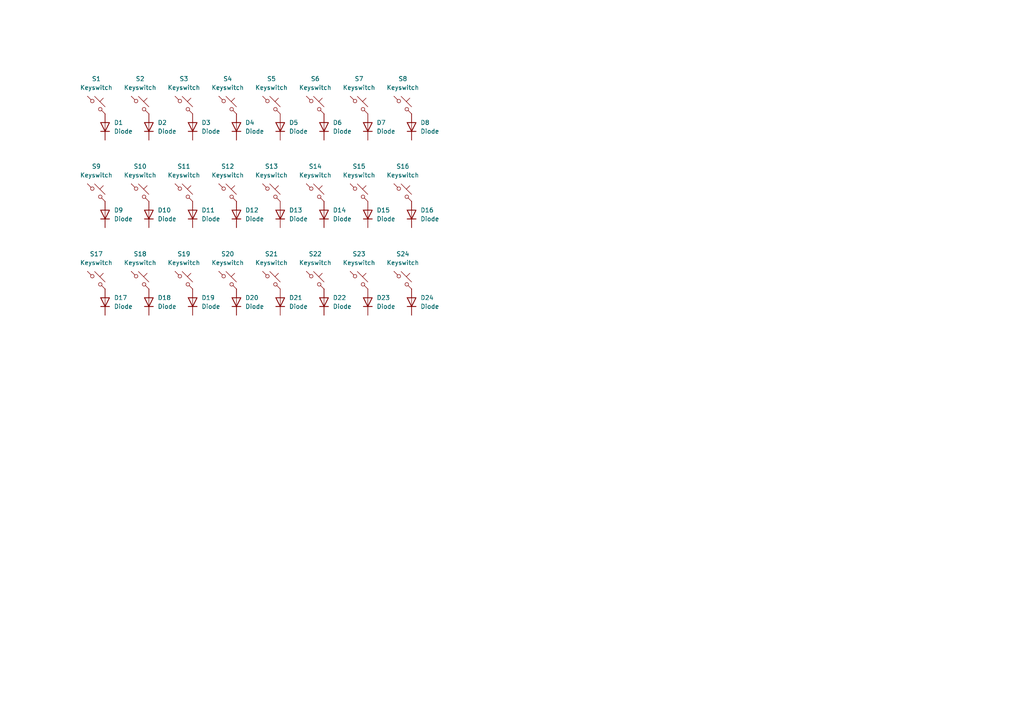
<source format=kicad_sch>
(kicad_sch (version 20250114) (generator "eeschema") (generator_version "9.0")
  (paper "A4")
  (lib_symbols
    (symbol "ScottoKeebs:Placeholder_Diode" (pin_numbers (hide yes)) (pin_names (hide yes))
      (property "Reference" "D" (at 0 2.54 0))
      (property "Value" "Diode" (at 0 -2.54 0))
      (symbol "Placeholder_Diode_0_1"
        (polyline (pts (xy -1.27 1.27) (xy -1.27 -1.27)) (stroke (width 0.254)))
        (polyline (pts (xy 1.27 1.27) (xy 1.27 -1.27) (xy -1.27 0) (xy 1.27 1.27)) (stroke (width 0.254)))
        (polyline (pts (xy 1.27 0) (xy -1.27 0)))
      )
      (symbol "Placeholder_Diode_1_1"
        (pin passive line (at -3.81 0 0) (length 2.54) (name "K") (number "1"))
        (pin passive line (at 3.81 0 180) (length 2.54) (name "A") (number "2"))
      )
    )
    (symbol "ScottoKeebs:Placeholder_Keyswitch" (pin_numbers (hide yes)) (pin_names (offset 1.016) (hide yes))
      (property "Reference" "S" (at 3.048 1.016 0))
      (property "Value" "Keyswitch" (at 0 -3.81 0))
      (symbol "Placeholder_Keyswitch_0_1"
        (polyline (pts (xy -2.54 2.54) (xy -1.524 1.524) (xy -1.524 1.524)))
        (circle (center -1.1684 1.1684) (radius 0.508))
        (polyline (pts (xy -0.508 2.54) (xy 2.54 -0.508)))
        (polyline (pts (xy 1.016 1.016) (xy 2.032 2.032)))
        (circle (center 1.143 -1.1938) (radius 0.508))
        (polyline (pts (xy 1.524 -1.524) (xy 2.54 -2.54) (xy 2.54 -2.54) (xy 2.54 -2.54)))
        (pin passive line (at -2.54 2.54 0) (length 0) (name "1") (number "1"))
        (pin passive line (at 2.54 -2.54 180) (length 0) (name "2") (number "2"))
      )
    )
  )
  (symbol (lib_id "ScottoKeebs:Placeholder_Keyswitch") (at 40.64 81.28 0) (unit 1)
    (property "Reference" "S18" (at 40.64 73.66 0))
    (property "Value" "Keyswitch" (at 40.64 76.2 0))
    (property "Description" "Push button switch, normally open, two pins, 45° tilted" (effects (hide yes)))
  )
  (symbol (lib_id "ScottoKeebs:Placeholder_Diode") (at 68.58 36.83 90) (unit 1)
    (property "Reference" "D4" (at 71.12 35.5599 90) (effects (justify right)))
    (property "Value" "Diode" (at 71.12 38.0999 90) (effects (justify right)))
    (property "Description" "1N4148 (DO-35) or 1N4148W (SOD-123)" (effects (hide yes)))
    (property "Sim.Device" "D" (effects (hide yes)))
    (property "Sim.Pins" "1=K 2=A" (effects (hide yes)))
  )
  (symbol (lib_id "ScottoKeebs:Placeholder_Diode") (at 106.68 36.83 90) (unit 1)
    (property "Reference" "D7" (at 109.22 35.5599 90) (effects (justify right)))
    (property "Value" "Diode" (at 109.22 38.0999 90) (effects (justify right)))
    (property "Description" "1N4148 (DO-35) or 1N4148W (SOD-123)" (effects (hide yes)))
    (property "Sim.Device" "D" (effects (hide yes)))
    (property "Sim.Pins" "1=K 2=A" (effects (hide yes)))
  )
  (symbol (lib_id "ScottoKeebs:Placeholder_Keyswitch") (at 116.84 30.48 0) (unit 1)
    (property "Reference" "S8" (at 116.84 22.86 0))
    (property "Value" "Keyswitch" (at 116.84 25.4 0))
    (property "Description" "Push button switch, normally open, two pins, 45° tilted" (effects (hide yes)))
  )
  (symbol (lib_id "ScottoKeebs:Placeholder_Diode") (at 93.98 62.23 90) (unit 1)
    (property "Reference" "D14" (at 96.52 60.9599 90) (effects (justify right)))
    (property "Value" "Diode" (at 96.52 63.4999 90) (effects (justify right)))
    (property "Description" "1N4148 (DO-35) or 1N4148W (SOD-123)" (effects (hide yes)))
    (property "Sim.Device" "D" (effects (hide yes)))
    (property "Sim.Pins" "1=K 2=A" (effects (hide yes)))
  )
  (symbol (lib_id "ScottoKeebs:Placeholder_Diode") (at 43.18 62.23 90) (unit 1)
    (property "Reference" "D10" (at 45.72 60.9599 90) (effects (justify right)))
    (property "Value" "Diode" (at 45.72 63.4999 90) (effects (justify right)))
    (property "Description" "1N4148 (DO-35) or 1N4148W (SOD-123)" (effects (hide yes)))
    (property "Sim.Device" "D" (effects (hide yes)))
    (property "Sim.Pins" "1=K 2=A" (effects (hide yes)))
  )
  (symbol (lib_id "ScottoKeebs:Placeholder_Diode") (at 68.58 62.23 90) (unit 1)
    (property "Reference" "D12" (at 71.12 60.9599 90) (effects (justify right)))
    (property "Value" "Diode" (at 71.12 63.4999 90) (effects (justify right)))
    (property "Description" "1N4148 (DO-35) or 1N4148W (SOD-123)" (effects (hide yes)))
    (property "Sim.Device" "D" (effects (hide yes)))
    (property "Sim.Pins" "1=K 2=A" (effects (hide yes)))
  )
  (symbol (lib_id "ScottoKeebs:Placeholder_Diode") (at 30.48 36.83 90) (unit 1)
    (property "Reference" "D1" (at 33.02 35.5599 90) (effects (justify right)))
    (property "Value" "Diode" (at 33.02 38.0999 90) (effects (justify right)))
    (property "Description" "1N4148 (DO-35) or 1N4148W (SOD-123)" (effects (hide yes)))
    (property "Sim.Device" "D" (effects (hide yes)))
    (property "Sim.Pins" "1=K 2=A" (effects (hide yes)))
  )
  (symbol (lib_id "ScottoKeebs:Placeholder_Keyswitch") (at 104.14 81.28 0) (unit 1)
    (property "Reference" "S23" (at 104.14 73.66 0))
    (property "Value" "Keyswitch" (at 104.14 76.2 0))
    (property "Description" "Push button switch, normally open, two pins, 45° tilted" (effects (hide yes)))
  )
  (symbol (lib_id "ScottoKeebs:Placeholder_Diode") (at 30.48 87.63 90) (unit 1)
    (property "Reference" "D17" (at 33.02 86.3599 90) (effects (justify right)))
    (property "Value" "Diode" (at 33.02 88.8999 90) (effects (justify right)))
    (property "Description" "1N4148 (DO-35) or 1N4148W (SOD-123)" (effects (hide yes)))
    (property "Sim.Device" "D" (effects (hide yes)))
    (property "Sim.Pins" "1=K 2=A" (effects (hide yes)))
  )
  (symbol (lib_id "ScottoKeebs:Placeholder_Diode") (at 81.28 87.63 90) (unit 1)
    (property "Reference" "D21" (at 83.82 86.3599 90) (effects (justify right)))
    (property "Value" "Diode" (at 83.82 88.8999 90) (effects (justify right)))
    (property "Description" "1N4148 (DO-35) or 1N4148W (SOD-123)" (effects (hide yes)))
    (property "Sim.Device" "D" (effects (hide yes)))
    (property "Sim.Pins" "1=K 2=A" (effects (hide yes)))
  )
  (symbol (lib_id "ScottoKeebs:Placeholder_Diode") (at 119.38 87.63 90) (unit 1)
    (property "Reference" "D24" (at 121.92 86.3599 90) (effects (justify right)))
    (property "Value" "Diode" (at 121.92 88.8999 90) (effects (justify right)))
    (property "Description" "1N4148 (DO-35) or 1N4148W (SOD-123)" (effects (hide yes)))
    (property "Sim.Device" "D" (effects (hide yes)))
    (property "Sim.Pins" "1=K 2=A" (effects (hide yes)))
  )
  (symbol (lib_id "ScottoKeebs:Placeholder_Keyswitch") (at 104.14 55.88 0) (unit 1)
    (property "Reference" "S15" (at 104.14 48.26 0))
    (property "Value" "Keyswitch" (at 104.14 50.8 0))
    (property "Description" "Push button switch, normally open, two pins, 45° tilted" (effects (hide yes)))
  )
  (symbol (lib_id "ScottoKeebs:Placeholder_Keyswitch") (at 91.44 81.28 0) (unit 1)
    (property "Reference" "S22" (at 91.44 73.66 0))
    (property "Value" "Keyswitch" (at 91.44 76.2 0))
    (property "Description" "Push button switch, normally open, two pins, 45° tilted" (effects (hide yes)))
  )
  (symbol (lib_id "ScottoKeebs:Placeholder_Diode") (at 81.28 36.83 90) (unit 1)
    (property "Reference" "D5" (at 83.82 35.5599 90) (effects (justify right)))
    (property "Value" "Diode" (at 83.82 38.0999 90) (effects (justify right)))
    (property "Description" "1N4148 (DO-35) or 1N4148W (SOD-123)" (effects (hide yes)))
    (property "Sim.Device" "D" (effects (hide yes)))
    (property "Sim.Pins" "1=K 2=A" (effects (hide yes)))
  )
  (symbol (lib_id "ScottoKeebs:Placeholder_Keyswitch") (at 91.44 55.88 0) (unit 1)
    (property "Reference" "S14" (at 91.44 48.26 0))
    (property "Value" "Keyswitch" (at 91.44 50.8 0))
    (property "Description" "Push button switch, normally open, two pins, 45° tilted" (effects (hide yes)))
  )
  (symbol (lib_id "ScottoKeebs:Placeholder_Keyswitch") (at 53.34 55.88 0) (unit 1)
    (property "Reference" "S11" (at 53.34 48.26 0))
    (property "Value" "Keyswitch" (at 53.34 50.8 0))
    (property "Description" "Push button switch, normally open, two pins, 45° tilted" (effects (hide yes)))
  )
  (symbol (lib_id "ScottoKeebs:Placeholder_Keyswitch") (at 40.64 55.88 0) (unit 1)
    (property "Reference" "S10" (at 40.64 48.26 0))
    (property "Value" "Keyswitch" (at 40.64 50.8 0))
    (property "Description" "Push button switch, normally open, two pins, 45° tilted" (effects (hide yes)))
  )
  (symbol (lib_id "ScottoKeebs:Placeholder_Diode") (at 93.98 87.63 90) (unit 1)
    (property "Reference" "D22" (at 96.52 86.3599 90) (effects (justify right)))
    (property "Value" "Diode" (at 96.52 88.8999 90) (effects (justify right)))
    (property "Description" "1N4148 (DO-35) or 1N4148W (SOD-123)" (effects (hide yes)))
    (property "Sim.Device" "D" (effects (hide yes)))
    (property "Sim.Pins" "1=K 2=A" (effects (hide yes)))
  )
  (symbol (lib_id "ScottoKeebs:Placeholder_Diode") (at 93.98 36.83 90) (unit 1)
    (property "Reference" "D6" (at 96.52 35.5599 90) (effects (justify right)))
    (property "Value" "Diode" (at 96.52 38.0999 90) (effects (justify right)))
    (property "Description" "1N4148 (DO-35) or 1N4148W (SOD-123)" (effects (hide yes)))
    (property "Sim.Device" "D" (effects (hide yes)))
    (property "Sim.Pins" "1=K 2=A" (effects (hide yes)))
  )
  (symbol (lib_id "ScottoKeebs:Placeholder_Keyswitch") (at 116.84 55.88 0) (unit 1)
    (property "Reference" "S16" (at 116.84 48.26 0))
    (property "Value" "Keyswitch" (at 116.84 50.8 0))
    (property "Description" "Push button switch, normally open, two pins, 45° tilted" (effects (hide yes)))
  )
  (symbol (lib_id "ScottoKeebs:Placeholder_Keyswitch") (at 78.74 55.88 0) (unit 1)
    (property "Reference" "S13" (at 78.74 48.26 0))
    (property "Value" "Keyswitch" (at 78.74 50.8 0))
    (property "Description" "Push button switch, normally open, two pins, 45° tilted" (effects (hide yes)))
  )
  (symbol (lib_id "ScottoKeebs:Placeholder_Keyswitch") (at 27.94 30.48 0) (unit 1)
    (property "Reference" "S1" (at 27.94 22.86 0))
    (property "Value" "Keyswitch" (at 27.94 25.4 0))
    (property "Description" "Push button switch, normally open, two pins, 45° tilted" (effects (hide yes)))
  )
  (symbol (lib_id "ScottoKeebs:Placeholder_Diode") (at 81.28 62.23 90) (unit 1)
    (property "Reference" "D13" (at 83.82 60.9599 90) (effects (justify right)))
    (property "Value" "Diode" (at 83.82 63.4999 90) (effects (justify right)))
    (property "Description" "1N4148 (DO-35) or 1N4148W (SOD-123)" (effects (hide yes)))
    (property "Sim.Device" "D" (effects (hide yes)))
    (property "Sim.Pins" "1=K 2=A" (effects (hide yes)))
  )
  (symbol (lib_id "ScottoKeebs:Placeholder_Diode") (at 119.38 62.23 90) (unit 1)
    (property "Reference" "D16" (at 121.92 60.9599 90) (effects (justify right)))
    (property "Value" "Diode" (at 121.92 63.4999 90) (effects (justify right)))
    (property "Description" "1N4148 (DO-35) or 1N4148W (SOD-123)" (effects (hide yes)))
    (property "Sim.Device" "D" (effects (hide yes)))
    (property "Sim.Pins" "1=K 2=A" (effects (hide yes)))
  )
  (symbol (lib_id "ScottoKeebs:Placeholder_Keyswitch") (at 91.44 30.48 0) (unit 1)
    (property "Reference" "S6" (at 91.44 22.86 0))
    (property "Value" "Keyswitch" (at 91.44 25.4 0))
    (property "Description" "Push button switch, normally open, two pins, 45° tilted" (effects (hide yes)))
  )
  (symbol (lib_id "ScottoKeebs:Placeholder_Diode") (at 119.38 36.83 90) (unit 1)
    (property "Reference" "D8" (at 121.92 35.5599 90) (effects (justify right)))
    (property "Value" "Diode" (at 121.92 38.0999 90) (effects (justify right)))
    (property "Description" "1N4148 (DO-35) or 1N4148W (SOD-123)" (effects (hide yes)))
    (property "Sim.Device" "D" (effects (hide yes)))
    (property "Sim.Pins" "1=K 2=A" (effects (hide yes)))
  )
  (symbol (lib_id "ScottoKeebs:Placeholder_Diode") (at 55.88 62.23 90) (unit 1)
    (property "Reference" "D11" (at 58.42 60.9599 90) (effects (justify right)))
    (property "Value" "Diode" (at 58.42 63.4999 90) (effects (justify right)))
    (property "Description" "1N4148 (DO-35) or 1N4148W (SOD-123)" (effects (hide yes)))
    (property "Sim.Device" "D" (effects (hide yes)))
    (property "Sim.Pins" "1=K 2=A" (effects (hide yes)))
  )
  (symbol (lib_id "ScottoKeebs:Placeholder_Keyswitch") (at 104.14 30.48 0) (unit 1)
    (property "Reference" "S7" (at 104.14 22.86 0))
    (property "Value" "Keyswitch" (at 104.14 25.4 0))
    (property "Description" "Push button switch, normally open, two pins, 45° tilted" (effects (hide yes)))
  )
  (symbol (lib_id "ScottoKeebs:Placeholder_Keyswitch") (at 53.34 81.28 0) (unit 1)
    (property "Reference" "S19" (at 53.34 73.66 0))
    (property "Value" "Keyswitch" (at 53.34 76.2 0))
    (property "Description" "Push button switch, normally open, two pins, 45° tilted" (effects (hide yes)))
  )
  (symbol (lib_id "ScottoKeebs:Placeholder_Keyswitch") (at 116.84 81.28 0) (unit 1)
    (property "Reference" "S24" (at 116.84 73.66 0))
    (property "Value" "Keyswitch" (at 116.84 76.2 0))
    (property "Description" "Push button switch, normally open, two pins, 45° tilted" (effects (hide yes)))
  )
  (symbol (lib_id "ScottoKeebs:Placeholder_Diode") (at 106.68 87.63 90) (unit 1)
    (property "Reference" "D23" (at 109.22 86.3599 90) (effects (justify right)))
    (property "Value" "Diode" (at 109.22 88.8999 90) (effects (justify right)))
    (property "Description" "1N4148 (DO-35) or 1N4148W (SOD-123)" (effects (hide yes)))
    (property "Sim.Device" "D" (effects (hide yes)))
    (property "Sim.Pins" "1=K 2=A" (effects (hide yes)))
  )
  (symbol (lib_id "ScottoKeebs:Placeholder_Keyswitch") (at 27.94 81.28 0) (unit 1)
    (property "Reference" "S17" (at 27.94 73.66 0))
    (property "Value" "Keyswitch" (at 27.94 76.2 0))
    (property "Description" "Push button switch, normally open, two pins, 45° tilted" (effects (hide yes)))
  )
  (symbol (lib_id "ScottoKeebs:Placeholder_Keyswitch") (at 78.74 30.48 0) (unit 1)
    (property "Reference" "S5" (at 78.74 22.86 0))
    (property "Value" "Keyswitch" (at 78.74 25.4 0))
    (property "Description" "Push button switch, normally open, two pins, 45° tilted" (effects (hide yes)))
  )
  (symbol (lib_id "ScottoKeebs:Placeholder_Diode") (at 55.88 36.83 90) (unit 1)
    (property "Reference" "D3" (at 58.42 35.5599 90) (effects (justify right)))
    (property "Value" "Diode" (at 58.42 38.0999 90) (effects (justify right)))
    (property "Description" "1N4148 (DO-35) or 1N4148W (SOD-123)" (effects (hide yes)))
    (property "Sim.Device" "D" (effects (hide yes)))
    (property "Sim.Pins" "1=K 2=A" (effects (hide yes)))
  )
  (symbol (lib_id "ScottoKeebs:Placeholder_Diode") (at 30.48 62.23 90) (unit 1)
    (property "Reference" "D9" (at 33.02 60.9599 90) (effects (justify right)))
    (property "Value" "Diode" (at 33.02 63.4999 90) (effects (justify right)))
    (property "Description" "1N4148 (DO-35) or 1N4148W (SOD-123)" (effects (hide yes)))
    (property "Sim.Device" "D" (effects (hide yes)))
    (property "Sim.Pins" "1=K 2=A" (effects (hide yes)))
  )
  (symbol (lib_id "ScottoKeebs:Placeholder_Keyswitch") (at 27.94 55.88 0) (unit 1)
    (property "Reference" "S9" (at 27.94 48.26 0))
    (property "Value" "Keyswitch" (at 27.94 50.8 0))
    (property "Description" "Push button switch, normally open, two pins, 45° tilted" (effects (hide yes)))
  )
  (symbol (lib_id "ScottoKeebs:Placeholder_Diode") (at 68.58 87.63 90) (unit 1)
    (property "Reference" "D20" (at 71.12 86.3599 90) (effects (justify right)))
    (property "Value" "Diode" (at 71.12 88.8999 90) (effects (justify right)))
    (property "Description" "1N4148 (DO-35) or 1N4148W (SOD-123)" (effects (hide yes)))
    (property "Sim.Device" "D" (effects (hide yes)))
    (property "Sim.Pins" "1=K 2=A" (effects (hide yes)))
  )
  (symbol (lib_id "ScottoKeebs:Placeholder_Diode") (at 43.18 36.83 90) (unit 1)
    (property "Reference" "D2" (at 45.72 35.5599 90) (effects (justify right)))
    (property "Value" "Diode" (at 45.72 38.0999 90) (effects (justify right)))
    (property "Description" "1N4148 (DO-35) or 1N4148W (SOD-123)" (effects (hide yes)))
    (property "Sim.Device" "D" (effects (hide yes)))
    (property "Sim.Pins" "1=K 2=A" (effects (hide yes)))
  )
  (symbol (lib_id "ScottoKeebs:Placeholder_Keyswitch") (at 40.64 30.48 0) (unit 1)
    (property "Reference" "S2" (at 40.64 22.86 0))
    (property "Value" "Keyswitch" (at 40.64 25.4 0))
    (property "Description" "Push button switch, normally open, two pins, 45° tilted" (effects (hide yes)))
  )
  (symbol (lib_id "ScottoKeebs:Placeholder_Keyswitch") (at 66.04 55.88 0) (unit 1)
    (property "Reference" "S12" (at 66.04 48.26 0))
    (property "Value" "Keyswitch" (at 66.04 50.8 0))
    (property "Description" "Push button switch, normally open, two pins, 45° tilted" (effects (hide yes)))
  )
  (symbol (lib_id "ScottoKeebs:Placeholder_Keyswitch") (at 66.04 81.28 0) (unit 1)
    (property "Reference" "S20" (at 66.04 73.66 0))
    (property "Value" "Keyswitch" (at 66.04 76.2 0))
    (property "Description" "Push button switch, normally open, two pins, 45° tilted" (effects (hide yes)))
  )
  (symbol (lib_id "ScottoKeebs:Placeholder_Keyswitch") (at 53.34 30.48 0) (unit 1)
    (property "Reference" "S3" (at 53.34 22.86 0))
    (property "Value" "Keyswitch" (at 53.34 25.4 0))
    (property "Description" "Push button switch, normally open, two pins, 45° tilted" (effects (hide yes)))
  )
  (symbol (lib_id "ScottoKeebs:Placeholder_Diode") (at 106.68 62.23 90) (unit 1)
    (property "Reference" "D15" (at 109.22 60.9599 90) (effects (justify right)))
    (property "Value" "Diode" (at 109.22 63.4999 90) (effects (justify right)))
    (property "Description" "1N4148 (DO-35) or 1N4148W (SOD-123)" (effects (hide yes)))
    (property "Sim.Device" "D" (effects (hide yes)))
    (property "Sim.Pins" "1=K 2=A" (effects (hide yes)))
  )
  (symbol (lib_id "ScottoKeebs:Placeholder_Keyswitch") (at 66.04 30.48 0) (unit 1)
    (property "Reference" "S4" (at 66.04 22.86 0))
    (property "Value" "Keyswitch" (at 66.04 25.4 0))
    (property "Description" "Push button switch, normally open, two pins, 45° tilted" (effects (hide yes)))
  )
  (symbol (lib_id "ScottoKeebs:Placeholder_Diode") (at 55.88 87.63 90) (unit 1)
    (property "Reference" "D19" (at 58.42 86.3599 90) (effects (justify right)))
    (property "Value" "Diode" (at 58.42 88.8999 90) (effects (justify right)))
    (property "Description" "1N4148 (DO-35) or 1N4148W (SOD-123)" (effects (hide yes)))
    (property "Sim.Device" "D" (effects (hide yes)))
    (property "Sim.Pins" "1=K 2=A" (effects (hide yes)))
  )
  (symbol (lib_id "ScottoKeebs:Placeholder_Keyswitch") (at 78.74 81.28 0) (unit 1)
    (property "Reference" "S21" (at 78.74 73.66 0))
    (property "Value" "Keyswitch" (at 78.74 76.2 0))
    (property "Description" "Push button switch, normally open, two pins, 45° tilted" (effects (hide yes)))
  )
  (symbol (lib_id "ScottoKeebs:Placeholder_Diode") (at 43.18 87.63 90) (unit 1)
    (property "Reference" "D18" (at 45.72 86.3599 90) (effects (justify right)))
    (property "Value" "Diode" (at 45.72 88.8999 90) (effects (justify right)))
    (property "Description" "1N4148 (DO-35) or 1N4148W (SOD-123)" (effects (hide yes)))
    (property "Sim.Device" "D" (effects (hide yes)))
    (property "Sim.Pins" "1=K 2=A" (effects (hide yes)))
  )
)
</source>
